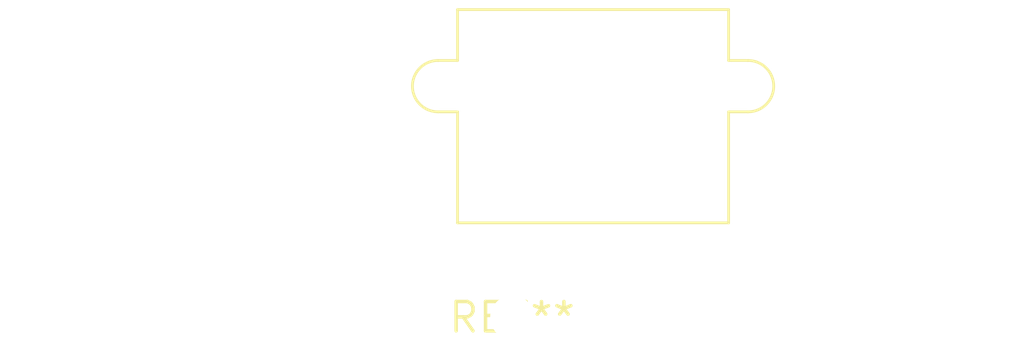
<source format=kicad_pcb>
(kicad_pcb (version 20240108) (generator pcbnew)
  (layers (0 "F.Cu" signal) (31 "B.Cu" signal) (34 "B.Paste" user) (35 "F.Paste" user) (36 "B.SilkS" user "B.Silkscreen") (37 "F.SilkS" user "F.Silkscreen") (38 "B.Mask" user) (39 "F.Mask" user) (44 "Edge.Cuts" user))
  (net 0 "")
  (footprint "AMASS_MR30PW-M_1x03_P3.50mm_Horizontal" (layer "F.Cu") (at 0 0)
    (property "Reference" "REF**")
    (property "Value" "AMASS_MR30PW-M_1x03_P3.50mm_Horizontal")
    (fp_line (start -3.2 -11.11) (end -2.36 -11.11) (layer "F.SilkS") (stroke (width 0.12)))
    (fp_line (start -3.2 -8.89) (end -2.36 -8.89) (layer "F.SilkS") (stroke (width 0.12)))
    (fp_line (start -2.36 -13.31) (end -2.36 -11.11) (layer "F.SilkS") (stroke (width 0.12)))
    (fp_line (start -2.36 -13.31) (end 9.36 -13.31) (layer "F.SilkS") (stroke (width 0.12)))
    (fp_line (start -2.36 -8.89) (end -2.36 -4.09) (layer "F.SilkS") (stroke (width 0.12)))
    (fp_line (start -2.36 -4.09) (end 9.36 -4.09) (layer "F.SilkS") (stroke (width 0.12)))
    (fp_line (start 9.36 -13.31) (end 9.36 -11.11) (layer "F.SilkS") (stroke (width 0.12)))
    (fp_line (start 9.36 -11.11) (end 10.2 -11.11) (layer "F.SilkS") (stroke (width 0.12)))
    (fp_line (start 9.36 -8.89) (end 9.36 -4.09) (layer "F.SilkS") (stroke (width 0.12)))
    (fp_line (start 9.36 -8.89) (end 10.2 -8.89) (layer "F.SilkS") (stroke (width 0.12)))
    (fp_arc (start -3.2 -8.89) (mid -4.31 -10) (end -3.2 -11.11) (layer "F.SilkS") (stroke (width 0.12)))
    (fp_arc (start 10.2 -11.11) (mid 11.31 -10) (end 10.2 -8.89) (layer "F.SilkS") (stroke (width 0.12)))
    (pad "" thru_hole circle (at -3 -10) (size 1.4 1.4) (drill 1) (layers *.Cu *.Mask) (remove_unused_layers))
    (pad "" thru_hole circle (at 10 -10) (size 1.4 1.4) (drill 1) (layers *.Cu *.Mask) (remove_unused_layers))
    (pad "1" thru_hole rect (at 0 0) (size 3 3) (drill 1.9) (layers *.Cu *.Mask) (remove_unused_layers))
    (pad "2" thru_hole circle (at 3.5 0) (size 3 3) (drill 1.9) (layers *.Cu *.Mask) (remove_unused_layers))
    (pad "3" thru_hole circle (at 7 0) (size 3 3) (drill 1.9) (layers *.Cu *.Mask) (remove_unused_layers))
  )
)
</source>
